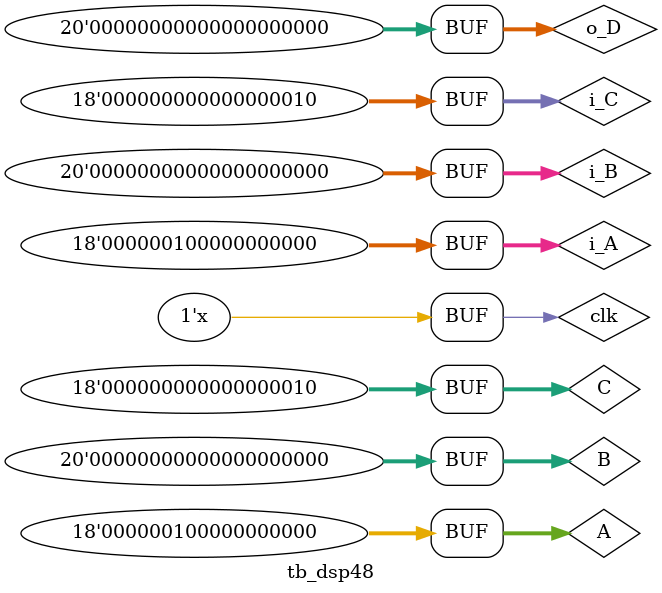
<source format=v>
`timescale 1ns / 1ps
`default_nettype none

module tb_dsp48(

    );

    localparam CLK_PERIOD = 10;
    localparam HALF_CLK_PERIOD = CLK_PERIOD/2;

    reg clk = 1'b0;
    reg [17:0] A;
    reg [19:0] B = 0;
    reg [17:0] C;
    wire [17:0] i_A;
    wire [19:0] i_B;
    wire [17:0] i_C;

    assign i_A = A;
    assign i_B = B;
    assign i_C = C;

    wire [17:0] o_A;
    wire [19:0] o_D;

    dsp48 dut(
        .clk(clk),
        .A(i_A),               // input data in
        .B(i_B),               // previous result input
        .C(i_C),               // coeff in
        .A_out(o_A),           // systolic, so input data needs to go further
        .D(o_D)                // result out
        );


    // STIMULUS
    always
    begin
        clk <= ~clk;
        #HALF_CLK_PERIOD;
    end

    initial begin
        A <= 18'b000000100000000000;
        C <= 18'b000000001000000000;
        #CLK_PERIOD;
        A <= 18'b000000001000000000;
        #CLK_PERIOD;
        A <= 18'b000000001000000000;
        #CLK_PERIOD;
        A <= 18'b000000100000000000;
        #CLK_PERIOD;
        #CLK_PERIOD;
        #CLK_PERIOD;
        #CLK_PERIOD;
        C <= 18'b000000000000000010;
        #CLK_PERIOD;
        B <= o_D;
        #CLK_PERIOD;
        B <= o_D;
        #CLK_PERIOD;
        B <= o_D;
        #CLK_PERIOD;
        B <= o_D;
    end


endmodule

</source>
